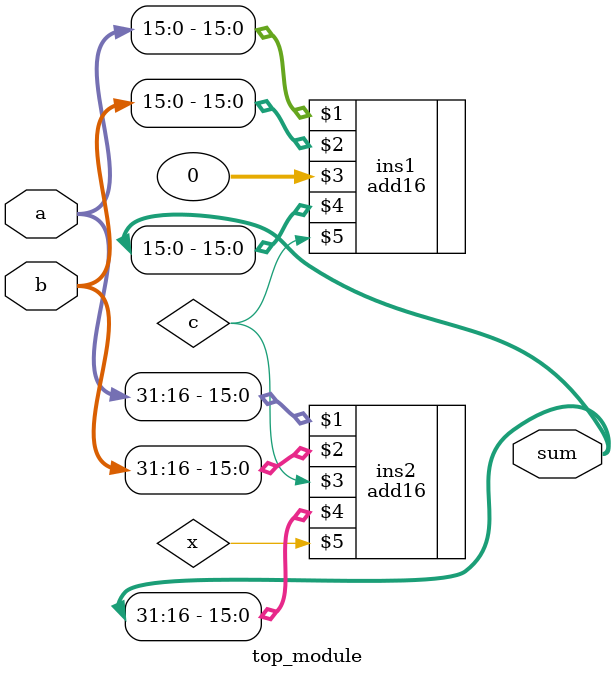
<source format=v>
module top_module(
    input [31:0] a,
    input [31:0] b,
    output [31:0] sum
);
    wire c,x;
    add16 ins1(a[15:0],b[15:0],0,sum[15:0],c);
    add16 ins2(a[31:16],b[31:16],c,sum[31:16],x);
endmodule
</source>
